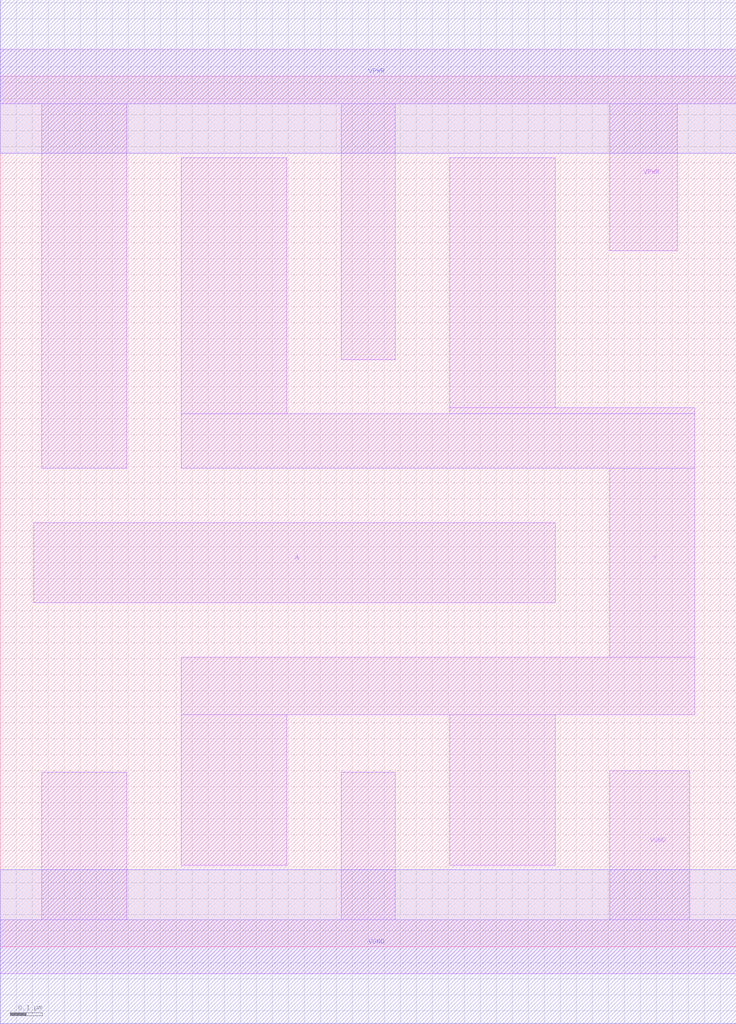
<source format=lef>
# Copyright 2020 The SkyWater PDK Authors
#
# Licensed under the Apache License, Version 2.0 (the "License");
# you may not use this file except in compliance with the License.
# You may obtain a copy of the License at
#
#     https://www.apache.org/licenses/LICENSE-2.0
#
# Unless required by applicable law or agreed to in writing, software
# distributed under the License is distributed on an "AS IS" BASIS,
# WITHOUT WARRANTIES OR CONDITIONS OF ANY KIND, either express or implied.
# See the License for the specific language governing permissions and
# limitations under the License.
#
# SPDX-License-Identifier: Apache-2.0

VERSION 5.5 ;
NAMESCASESENSITIVE ON ;
BUSBITCHARS "[]" ;
DIVIDERCHAR "/" ;
MACRO sky130_fd_sc_hd__inv_4
  CLASS CORE ;
  SOURCE USER ;
  ORIGIN  0.000000  0.000000 ;
  SIZE  2.300000 BY  2.720000 ;
  SYMMETRY X Y R90 ;
  SITE unithd ;
  PIN A
    ANTENNAGATEAREA  0.990000 ;
    DIRECTION INPUT ;
    USE SIGNAL ;
    PORT
      LAYER li1 ;
        RECT 0.105000 1.075000 1.735000 1.325000 ;
    END
  END A
  PIN Y
    ANTENNADIFFAREA  0.891000 ;
    DIRECTION OUTPUT ;
    USE SIGNAL ;
    PORT
      LAYER li1 ;
        RECT 0.565000 0.255000 0.895000 0.725000 ;
        RECT 0.565000 0.725000 2.170000 0.905000 ;
        RECT 0.565000 1.495000 2.170000 1.665000 ;
        RECT 0.565000 1.665000 0.895000 2.465000 ;
        RECT 1.405000 0.255000 1.735000 0.725000 ;
        RECT 1.405000 1.665000 2.170000 1.685000 ;
        RECT 1.405000 1.685000 1.735000 2.465000 ;
        RECT 1.905000 0.905000 2.170000 1.495000 ;
    END
  END Y
  PIN VGND
    DIRECTION INOUT ;
    SHAPE ABUTMENT ;
    USE GROUND ;
    PORT
      LAYER li1 ;
        RECT 0.000000 -0.085000 2.300000 0.085000 ;
        RECT 0.130000  0.085000 0.395000 0.545000 ;
        RECT 1.065000  0.085000 1.235000 0.545000 ;
        RECT 1.905000  0.085000 2.155000 0.550000 ;
    END
    PORT
      LAYER met1 ;
        RECT 0.000000 -0.240000 2.300000 0.240000 ;
    END
  END VGND
  PIN VPWR
    DIRECTION INOUT ;
    SHAPE ABUTMENT ;
    USE POWER ;
    PORT
      LAYER li1 ;
        RECT 0.000000 2.635000 2.300000 2.805000 ;
        RECT 0.130000 1.495000 0.395000 2.635000 ;
        RECT 1.065000 1.835000 1.235000 2.635000 ;
        RECT 1.905000 2.175000 2.115000 2.635000 ;
    END
    PORT
      LAYER met1 ;
        RECT 0.000000 2.480000 2.300000 2.960000 ;
    END
  END VPWR
  OBS
  END
END sky130_fd_sc_hd__inv_4

</source>
